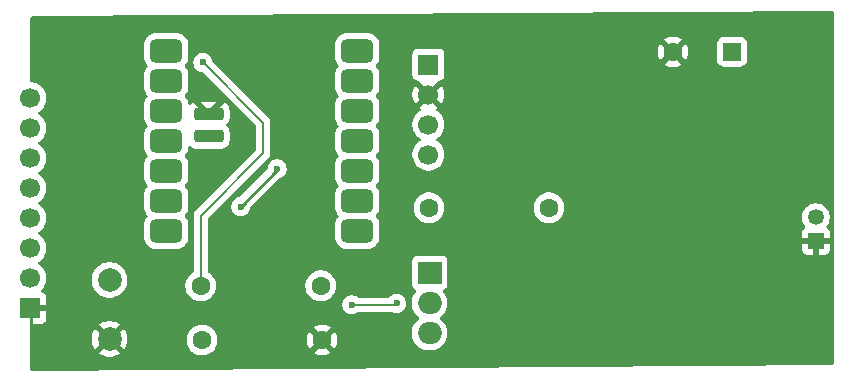
<source format=gbr>
G04 #@! TF.GenerationSoftware,KiCad,Pcbnew,9.0.4*
G04 #@! TF.CreationDate,2026-01-27T17:59:56-08:00*
G04 #@! TF.ProjectId,e-ink_PCB,652d696e-6b5f-4504-9342-2e6b69636164,rev?*
G04 #@! TF.SameCoordinates,Original*
G04 #@! TF.FileFunction,Copper,L2,Bot*
G04 #@! TF.FilePolarity,Positive*
%FSLAX46Y46*%
G04 Gerber Fmt 4.6, Leading zero omitted, Abs format (unit mm)*
G04 Created by KiCad (PCBNEW 9.0.4) date 2026-01-27 17:59:56*
%MOMM*%
%LPD*%
G01*
G04 APERTURE LIST*
G04 Aperture macros list*
%AMRoundRect*
0 Rectangle with rounded corners*
0 $1 Rounding radius*
0 $2 $3 $4 $5 $6 $7 $8 $9 X,Y pos of 4 corners*
0 Add a 4 corners polygon primitive as box body*
4,1,4,$2,$3,$4,$5,$6,$7,$8,$9,$2,$3,0*
0 Add four circle primitives for the rounded corners*
1,1,$1+$1,$2,$3*
1,1,$1+$1,$4,$5*
1,1,$1+$1,$6,$7*
1,1,$1+$1,$8,$9*
0 Add four rect primitives between the rounded corners*
20,1,$1+$1,$2,$3,$4,$5,0*
20,1,$1+$1,$4,$5,$6,$7,0*
20,1,$1+$1,$6,$7,$8,$9,0*
20,1,$1+$1,$8,$9,$2,$3,0*%
G04 Aperture macros list end*
G04 #@! TA.AperFunction,ComponentPad*
%ADD10RoundRect,0.500000X-0.875000X-0.500000X0.875000X-0.500000X0.875000X0.500000X-0.875000X0.500000X0*%
G04 #@! TD*
G04 #@! TA.AperFunction,ComponentPad*
%ADD11RoundRect,0.275000X0.975000X0.275000X-0.975000X0.275000X-0.975000X-0.275000X0.975000X-0.275000X0*%
G04 #@! TD*
G04 #@! TA.AperFunction,ComponentPad*
%ADD12C,1.700000*%
G04 #@! TD*
G04 #@! TA.AperFunction,ComponentPad*
%ADD13R,1.700000X1.700000*%
G04 #@! TD*
G04 #@! TA.AperFunction,ComponentPad*
%ADD14RoundRect,0.250000X0.550000X0.550000X-0.550000X0.550000X-0.550000X-0.550000X0.550000X-0.550000X0*%
G04 #@! TD*
G04 #@! TA.AperFunction,ComponentPad*
%ADD15C,1.600000*%
G04 #@! TD*
G04 #@! TA.AperFunction,ComponentPad*
%ADD16R,2.000000X1.905000*%
G04 #@! TD*
G04 #@! TA.AperFunction,ComponentPad*
%ADD17O,2.000000X1.905000*%
G04 #@! TD*
G04 #@! TA.AperFunction,ComponentPad*
%ADD18C,2.000000*%
G04 #@! TD*
G04 #@! TA.AperFunction,ComponentPad*
%ADD19R,1.350000X1.350000*%
G04 #@! TD*
G04 #@! TA.AperFunction,ComponentPad*
%ADD20C,1.350000*%
G04 #@! TD*
G04 #@! TA.AperFunction,ViaPad*
%ADD21C,0.600000*%
G04 #@! TD*
G04 #@! TA.AperFunction,Conductor*
%ADD22C,0.200000*%
G04 #@! TD*
G04 #@! TA.AperFunction,Conductor*
%ADD23C,0.254000*%
G04 #@! TD*
G04 APERTURE END LIST*
D10*
G04 #@! TO.P,J1,2,Pin_8*
G04 #@! TO.N,Net-(J1-Pin_8)*
X88000000Y-96420000D03*
G04 #@! TO.P,J1,3,Pin_7*
G04 #@! TO.N,Net-(J2-Pin_8)*
X88000000Y-98960000D03*
G04 #@! TO.P,J1,3.3V,Pin_3*
G04 #@! TO.N,Net-(J2-Pin_2)*
X104165000Y-101500000D03*
G04 #@! TO.P,J1,4,Pin_6*
G04 #@! TO.N,Net-(J2-Pin_7)*
X88000000Y-101500000D03*
G04 #@! TO.P,J1,5,Pin_5*
G04 #@! TO.N,Net-(J2-Pin_6)*
X88000000Y-104040000D03*
G04 #@! TO.P,J1,5V,Pin_1*
G04 #@! TO.N,unconnected-(J1-Pin_1-Pad5V)*
X104165000Y-96420000D03*
G04 #@! TO.P,J1,6,Pin_4*
G04 #@! TO.N,Net-(J2-Pin_5)*
X88000000Y-106580000D03*
G04 #@! TO.P,J1,7,Pin_3*
G04 #@! TO.N,Net-(J2-Pin_4)*
X88000000Y-109120000D03*
G04 #@! TO.P,J1,8,Pin_6*
G04 #@! TO.N,Net-(Q1-G)*
X104165000Y-109120000D03*
G04 #@! TO.P,J1,9,Pin_5*
G04 #@! TO.N,Net-(J3-Pin_4)*
X104165000Y-106580000D03*
G04 #@! TO.P,J1,10,Pin_4*
G04 #@! TO.N,Net-(J3-Pin_3)*
X104165000Y-104040000D03*
G04 #@! TO.P,J1,20,Pin_7*
G04 #@! TO.N,unconnected-(J1-Pin_7-Pad20)*
X104165000Y-111660000D03*
G04 #@! TO.P,J1,21,Pin_2*
G04 #@! TO.N,Net-(J2-Pin_3)*
X88000000Y-111660000D03*
D11*
G04 #@! TO.P,J1,BAT+,Pin_1*
G04 #@! TO.N,Net-(J4-Pin_2)*
X91610000Y-103658000D03*
G04 #@! TO.P,J1,BAT-,Pin_1*
G04 #@! TO.N,GND*
X91610000Y-101753000D03*
D10*
G04 #@! TO.P,J1,GND,Pin_2*
X104165000Y-98960000D03*
G04 #@! TD*
D12*
G04 #@! TO.P,J3,GND,Pin_2*
G04 #@! TO.N,GND*
X110200000Y-100120000D03*
G04 #@! TO.P,J3,SCL,Pin_3*
G04 #@! TO.N,Net-(J3-Pin_3)*
X110200000Y-102660000D03*
G04 #@! TO.P,J3,SDA,Pin_4*
G04 #@! TO.N,Net-(J3-Pin_4)*
X110200000Y-105200000D03*
D13*
G04 #@! TO.P,J3,VIN,Pin_1*
G04 #@! TO.N,Net-(J2-Pin_2)*
X110200000Y-97580000D03*
G04 #@! TD*
D14*
G04 #@! TO.P,J4,+,Pin_2*
G04 #@! TO.N,Net-(J4-Pin_2)*
X135902651Y-96500000D03*
D15*
G04 #@! TO.P,J4,-,Pin_1*
G04 #@! TO.N,GND*
X130902651Y-96500000D03*
G04 #@! TD*
D16*
G04 #@! TO.P,Q1,1,G*
G04 #@! TO.N,Net-(Q1-G)*
X110300000Y-115220000D03*
D17*
G04 #@! TO.P,Q1,2,D*
G04 #@! TO.N,Net-(Q1-D)*
X110300000Y-117760000D03*
G04 #@! TO.P,Q1,3,S*
G04 #@! TO.N,Net-(J4-Pin_2)*
X110300000Y-120300000D03*
G04 #@! TD*
D12*
G04 #@! TO.P,J2,BUSY,Pin_8*
G04 #@! TO.N,Net-(J2-Pin_8)*
X76500000Y-100420000D03*
G04 #@! TO.P,J2,CS,Pin_7*
G04 #@! TO.N,Net-(J2-Pin_7)*
X76500000Y-102960000D03*
G04 #@! TO.P,J2,DC,Pin_6*
G04 #@! TO.N,Net-(J2-Pin_6)*
X76500000Y-105500000D03*
D13*
G04 #@! TO.P,J2,GND,Pin_1*
G04 #@! TO.N,GND*
X76500000Y-118200000D03*
D12*
G04 #@! TO.P,J2,RES,Pin_5*
G04 #@! TO.N,Net-(J2-Pin_5)*
X76500000Y-108040000D03*
G04 #@! TO.P,J2,SCL,Pin_3*
G04 #@! TO.N,Net-(J2-Pin_3)*
X76500000Y-113120000D03*
G04 #@! TO.P,J2,SDA,Pin_4*
G04 #@! TO.N,Net-(J2-Pin_4)*
X76500000Y-110580000D03*
G04 #@! TO.P,J2,VCC,Pin_2*
G04 #@! TO.N,Net-(J2-Pin_2)*
X76500000Y-115660000D03*
G04 #@! TD*
D15*
G04 #@! TO.P,R3,1*
G04 #@! TO.N,Net-(Q1-G)*
X110240000Y-109700000D03*
G04 #@! TO.P,R3,2*
G04 #@! TO.N,Net-(J4-Pin_2)*
X120400000Y-109700000D03*
G04 #@! TD*
D18*
G04 #@! TO.P,C1,1*
G04 #@! TO.N,GND*
X83200000Y-120800000D03*
G04 #@! TO.P,C1,2*
G04 #@! TO.N,Net-(J2-Pin_2)*
X83200000Y-115800000D03*
G04 #@! TD*
D19*
G04 #@! TO.P,J5,1,Pin_1*
G04 #@! TO.N,GND*
X143000000Y-112500000D03*
D20*
G04 #@! TO.P,J5,2,Pin_2*
G04 #@! TO.N,Net-(J4-Pin_2)*
X143000000Y-110500000D03*
G04 #@! TD*
D15*
G04 #@! TO.P,R1,1*
G04 #@! TO.N,Net-(J1-Pin_8)*
X90920000Y-116300000D03*
G04 #@! TO.P,R1,2*
G04 #@! TO.N,Net-(Q1-D)*
X101080000Y-116300000D03*
G04 #@! TD*
G04 #@! TO.P,R2,1*
G04 #@! TO.N,GND*
X101200000Y-120900000D03*
G04 #@! TO.P,R2,2*
G04 #@! TO.N,Net-(J1-Pin_8)*
X91040000Y-120900000D03*
G04 #@! TD*
D21*
G04 #@! TO.N,Net-(J1-Pin_8)*
X91100000Y-97400000D03*
G04 #@! TO.N,Net-(J2-Pin_2)*
X94300000Y-109600000D03*
X97400000Y-106400000D03*
G04 #@! TO.N,Net-(Q1-D)*
X107500000Y-117800000D03*
X103700000Y-117900000D03*
G04 #@! TO.N,GND*
X126100000Y-96500000D03*
X80000000Y-95000000D03*
X79500000Y-119500000D03*
X120000000Y-96500000D03*
X143000000Y-114500000D03*
X140000000Y-120000000D03*
X130000000Y-120000000D03*
X120000000Y-120000000D03*
X140000000Y-95000000D03*
X88000000Y-121500000D03*
X120000000Y-95000000D03*
X141000000Y-112500000D03*
X120000000Y-105000000D03*
X130000000Y-105000000D03*
X110000000Y-95000000D03*
G04 #@! TD*
D22*
G04 #@! TO.N,Net-(J1-Pin_8)*
X90920000Y-110380000D02*
X96200000Y-105100000D01*
X96100000Y-102400000D02*
X91100000Y-97400000D01*
X90920000Y-116300000D02*
X90920000Y-110380000D01*
X96200000Y-105100000D02*
X96200000Y-102500000D01*
X96200000Y-102500000D02*
X96100000Y-102400000D01*
G04 #@! TO.N,Net-(J2-Pin_2)*
X97400000Y-106500000D02*
X97400000Y-106400000D01*
D23*
X94300000Y-109600000D02*
X97400000Y-106500000D01*
D22*
G04 #@! TO.N,Net-(Q1-D)*
X107400000Y-117900000D02*
X107500000Y-117800000D01*
X103700000Y-117900000D02*
X107400000Y-117900000D01*
G04 #@! TD*
G04 #@! TA.AperFunction,Conductor*
G04 #@! TO.N,GND*
G36*
X144442271Y-93020109D02*
G01*
X144488413Y-93072576D01*
X144500000Y-93124915D01*
X144500000Y-122876908D01*
X144480315Y-122943947D01*
X144427511Y-122989702D01*
X144376912Y-123000905D01*
X76624912Y-123499081D01*
X76557729Y-123479890D01*
X76511587Y-123427423D01*
X76500000Y-123375084D01*
X76500000Y-120681947D01*
X81700000Y-120681947D01*
X81700000Y-120918052D01*
X81736934Y-121151247D01*
X81809897Y-121375802D01*
X81917087Y-121586174D01*
X81977338Y-121669104D01*
X81977340Y-121669105D01*
X82717037Y-120929408D01*
X82734075Y-120992993D01*
X82799901Y-121107007D01*
X82892993Y-121200099D01*
X83007007Y-121265925D01*
X83070590Y-121282962D01*
X82330893Y-122022658D01*
X82413828Y-122082914D01*
X82624197Y-122190102D01*
X82848752Y-122263065D01*
X82848751Y-122263065D01*
X83081948Y-122300000D01*
X83318052Y-122300000D01*
X83551247Y-122263065D01*
X83775802Y-122190102D01*
X83986163Y-122082918D01*
X83986169Y-122082914D01*
X84069104Y-122022658D01*
X84069105Y-122022658D01*
X83329408Y-121282962D01*
X83392993Y-121265925D01*
X83507007Y-121200099D01*
X83600099Y-121107007D01*
X83665925Y-120992993D01*
X83682962Y-120929408D01*
X84422658Y-121669105D01*
X84422658Y-121669104D01*
X84482914Y-121586169D01*
X84482918Y-121586163D01*
X84590102Y-121375802D01*
X84663065Y-121151247D01*
X84700000Y-120918052D01*
X84700000Y-120797648D01*
X89739500Y-120797648D01*
X89739500Y-121002351D01*
X89771522Y-121204534D01*
X89834781Y-121399223D01*
X89898691Y-121524653D01*
X89927585Y-121581359D01*
X89927715Y-121581613D01*
X90048028Y-121747213D01*
X90192786Y-121891971D01*
X90313226Y-121979474D01*
X90358390Y-122012287D01*
X90474607Y-122071503D01*
X90540776Y-122105218D01*
X90540778Y-122105218D01*
X90540781Y-122105220D01*
X90645137Y-122139127D01*
X90735465Y-122168477D01*
X90836557Y-122184488D01*
X90937648Y-122200500D01*
X90937649Y-122200500D01*
X91142351Y-122200500D01*
X91142352Y-122200500D01*
X91344534Y-122168477D01*
X91539219Y-122105220D01*
X91721610Y-122012287D01*
X91814590Y-121944732D01*
X91887213Y-121891971D01*
X91887215Y-121891968D01*
X91887219Y-121891966D01*
X92031966Y-121747219D01*
X92031968Y-121747215D01*
X92031971Y-121747213D01*
X92105107Y-121646548D01*
X92152287Y-121581610D01*
X92245220Y-121399219D01*
X92308477Y-121204534D01*
X92340500Y-121002352D01*
X92340500Y-120797682D01*
X99900000Y-120797682D01*
X99900000Y-121002317D01*
X99932009Y-121204417D01*
X99995244Y-121399031D01*
X100088141Y-121581350D01*
X100088147Y-121581359D01*
X100120523Y-121625921D01*
X100120524Y-121625922D01*
X100800000Y-120946446D01*
X100800000Y-120952661D01*
X100827259Y-121054394D01*
X100879920Y-121145606D01*
X100954394Y-121220080D01*
X101045606Y-121272741D01*
X101147339Y-121300000D01*
X101153553Y-121300000D01*
X100474076Y-121979474D01*
X100518650Y-122011859D01*
X100700968Y-122104755D01*
X100895582Y-122167990D01*
X101097683Y-122200000D01*
X101302317Y-122200000D01*
X101504417Y-122167990D01*
X101699031Y-122104755D01*
X101881349Y-122011859D01*
X101925921Y-121979474D01*
X101246447Y-121300000D01*
X101252661Y-121300000D01*
X101354394Y-121272741D01*
X101445606Y-121220080D01*
X101520080Y-121145606D01*
X101572741Y-121054394D01*
X101600000Y-120952661D01*
X101600000Y-120946447D01*
X102279474Y-121625921D01*
X102311859Y-121581349D01*
X102404755Y-121399031D01*
X102467990Y-121204417D01*
X102500000Y-121002317D01*
X102500000Y-120797682D01*
X102467990Y-120595582D01*
X102404755Y-120400968D01*
X102311859Y-120218650D01*
X102279474Y-120174077D01*
X102279474Y-120174076D01*
X101600000Y-120853551D01*
X101600000Y-120847339D01*
X101572741Y-120745606D01*
X101520080Y-120654394D01*
X101445606Y-120579920D01*
X101354394Y-120527259D01*
X101252661Y-120500000D01*
X101246446Y-120500000D01*
X101925922Y-119820524D01*
X101925921Y-119820523D01*
X101881359Y-119788147D01*
X101881350Y-119788141D01*
X101699031Y-119695244D01*
X101504417Y-119632009D01*
X101302317Y-119600000D01*
X101097683Y-119600000D01*
X100895582Y-119632009D01*
X100700968Y-119695244D01*
X100518644Y-119788143D01*
X100474077Y-119820523D01*
X100474077Y-119820524D01*
X101153554Y-120500000D01*
X101147339Y-120500000D01*
X101045606Y-120527259D01*
X100954394Y-120579920D01*
X100879920Y-120654394D01*
X100827259Y-120745606D01*
X100800000Y-120847339D01*
X100800000Y-120853553D01*
X100120524Y-120174077D01*
X100120523Y-120174077D01*
X100088143Y-120218644D01*
X99995244Y-120400968D01*
X99932009Y-120595582D01*
X99900000Y-120797682D01*
X92340500Y-120797682D01*
X92340500Y-120797648D01*
X92330447Y-120734174D01*
X92308477Y-120595465D01*
X92249630Y-120414354D01*
X92245220Y-120400781D01*
X92245218Y-120400778D01*
X92245218Y-120400776D01*
X92193869Y-120300000D01*
X92152287Y-120218390D01*
X92120092Y-120174077D01*
X92031971Y-120052786D01*
X91887213Y-119908028D01*
X91721613Y-119787715D01*
X91721612Y-119787714D01*
X91721610Y-119787713D01*
X91664653Y-119758691D01*
X91539223Y-119694781D01*
X91344534Y-119631522D01*
X91169995Y-119603878D01*
X91142352Y-119599500D01*
X90937648Y-119599500D01*
X90913329Y-119603351D01*
X90735465Y-119631522D01*
X90540776Y-119694781D01*
X90358386Y-119787715D01*
X90192786Y-119908028D01*
X90048028Y-120052786D01*
X89927715Y-120218386D01*
X89834781Y-120400776D01*
X89771522Y-120595465D01*
X89739500Y-120797648D01*
X84700000Y-120797648D01*
X84700000Y-120681947D01*
X84663065Y-120448752D01*
X84590102Y-120224197D01*
X84482914Y-120013828D01*
X84422658Y-119930894D01*
X84422658Y-119930893D01*
X83682962Y-120670590D01*
X83665925Y-120607007D01*
X83600099Y-120492993D01*
X83507007Y-120399901D01*
X83392993Y-120334075D01*
X83329409Y-120317037D01*
X84069105Y-119577340D01*
X84069104Y-119577338D01*
X83986174Y-119517087D01*
X83775802Y-119409897D01*
X83551247Y-119336934D01*
X83551248Y-119336934D01*
X83318052Y-119300000D01*
X83081948Y-119300000D01*
X82848752Y-119336934D01*
X82624197Y-119409897D01*
X82413830Y-119517084D01*
X82330894Y-119577340D01*
X83070591Y-120317037D01*
X83007007Y-120334075D01*
X82892993Y-120399901D01*
X82799901Y-120492993D01*
X82734075Y-120607007D01*
X82717037Y-120670591D01*
X81977340Y-119930894D01*
X81917084Y-120013830D01*
X81809897Y-120224197D01*
X81736934Y-120448752D01*
X81700000Y-120681947D01*
X76500000Y-120681947D01*
X76500000Y-119680000D01*
X76500000Y-118700000D01*
X76565826Y-118700000D01*
X76692993Y-118665925D01*
X76750000Y-118633012D01*
X76750000Y-119550000D01*
X77397828Y-119550000D01*
X77397844Y-119549999D01*
X77457372Y-119543598D01*
X77457379Y-119543596D01*
X77551702Y-119508417D01*
X77592086Y-119493354D01*
X77592093Y-119493350D01*
X77707187Y-119407190D01*
X77707190Y-119407187D01*
X77793350Y-119292093D01*
X77793354Y-119292086D01*
X77843596Y-119157379D01*
X77843598Y-119157372D01*
X77849999Y-119097844D01*
X77850000Y-119097827D01*
X77850000Y-118450000D01*
X76933012Y-118450000D01*
X76965925Y-118392993D01*
X77000000Y-118265826D01*
X77000000Y-118134174D01*
X76965925Y-118007007D01*
X76933012Y-117950000D01*
X77850000Y-117950000D01*
X77850000Y-117821153D01*
X102899500Y-117821153D01*
X102899500Y-117978846D01*
X102930261Y-118133489D01*
X102930264Y-118133501D01*
X102990602Y-118279172D01*
X102990609Y-118279185D01*
X103078210Y-118410288D01*
X103078213Y-118410292D01*
X103189707Y-118521786D01*
X103189711Y-118521789D01*
X103320814Y-118609390D01*
X103320827Y-118609397D01*
X103457300Y-118665925D01*
X103466503Y-118669737D01*
X103618644Y-118700000D01*
X103621153Y-118700499D01*
X103621156Y-118700500D01*
X103621158Y-118700500D01*
X103778844Y-118700500D01*
X103778845Y-118700499D01*
X103933497Y-118669737D01*
X104079179Y-118609394D01*
X104093090Y-118600099D01*
X104210875Y-118521398D01*
X104277553Y-118500520D01*
X104279766Y-118500500D01*
X107074684Y-118500500D01*
X107122136Y-118509939D01*
X107149801Y-118521398D01*
X107266503Y-118569737D01*
X107419142Y-118600099D01*
X107421153Y-118600499D01*
X107421156Y-118600500D01*
X107421158Y-118600500D01*
X107578844Y-118600500D01*
X107578845Y-118600499D01*
X107733497Y-118569737D01*
X107879179Y-118509394D01*
X108010289Y-118421789D01*
X108121789Y-118310289D01*
X108209394Y-118179179D01*
X108269737Y-118033497D01*
X108300500Y-117878842D01*
X108300500Y-117721158D01*
X108300500Y-117721155D01*
X108300499Y-117721153D01*
X108289627Y-117666498D01*
X108269737Y-117566503D01*
X108244352Y-117505218D01*
X108209397Y-117420827D01*
X108209390Y-117420814D01*
X108121789Y-117289711D01*
X108121786Y-117289707D01*
X108010292Y-117178213D01*
X108010288Y-117178210D01*
X107879185Y-117090609D01*
X107879172Y-117090602D01*
X107733501Y-117030264D01*
X107733489Y-117030261D01*
X107578845Y-116999500D01*
X107578842Y-116999500D01*
X107421158Y-116999500D01*
X107421155Y-116999500D01*
X107266510Y-117030261D01*
X107266498Y-117030264D01*
X107120827Y-117090602D01*
X107120814Y-117090609D01*
X106989712Y-117178209D01*
X106965680Y-117202242D01*
X106904739Y-117263182D01*
X106843419Y-117296666D01*
X106817060Y-117299500D01*
X104279766Y-117299500D01*
X104212727Y-117279815D01*
X104210875Y-117278602D01*
X104079185Y-117190609D01*
X104079172Y-117190602D01*
X103933501Y-117130264D01*
X103933489Y-117130261D01*
X103778845Y-117099500D01*
X103778842Y-117099500D01*
X103621158Y-117099500D01*
X103621155Y-117099500D01*
X103466510Y-117130261D01*
X103466498Y-117130264D01*
X103320827Y-117190602D01*
X103320814Y-117190609D01*
X103189711Y-117278210D01*
X103189707Y-117278213D01*
X103078213Y-117389707D01*
X103078210Y-117389711D01*
X102990609Y-117520814D01*
X102990602Y-117520827D01*
X102930264Y-117666498D01*
X102930261Y-117666510D01*
X102899500Y-117821153D01*
X77850000Y-117821153D01*
X77850000Y-117302172D01*
X77849999Y-117302155D01*
X77843598Y-117242627D01*
X77843596Y-117242620D01*
X77793354Y-117107913D01*
X77793350Y-117107906D01*
X77707190Y-116992812D01*
X77707187Y-116992809D01*
X77592093Y-116906649D01*
X77592088Y-116906646D01*
X77460528Y-116857577D01*
X77404595Y-116815705D01*
X77380178Y-116750241D01*
X77395030Y-116681968D01*
X77416175Y-116653720D01*
X77530104Y-116539792D01*
X77655051Y-116367816D01*
X77751557Y-116178412D01*
X77817246Y-115976243D01*
X77850500Y-115766287D01*
X77850500Y-115681902D01*
X81699500Y-115681902D01*
X81699500Y-115918097D01*
X81736446Y-116151368D01*
X81809433Y-116375996D01*
X81829221Y-116414831D01*
X81916657Y-116586433D01*
X82055483Y-116777510D01*
X82222490Y-116944517D01*
X82413567Y-117083343D01*
X82505649Y-117130261D01*
X82624003Y-117190566D01*
X82624005Y-117190566D01*
X82624008Y-117190568D01*
X82744412Y-117229689D01*
X82848631Y-117263553D01*
X83081903Y-117300500D01*
X83081908Y-117300500D01*
X83318097Y-117300500D01*
X83551368Y-117263553D01*
X83615771Y-117242627D01*
X83775992Y-117190568D01*
X83986433Y-117083343D01*
X84177510Y-116944517D01*
X84344517Y-116777510D01*
X84483343Y-116586433D01*
X84590568Y-116375992D01*
X84648516Y-116197648D01*
X89619500Y-116197648D01*
X89619500Y-116402351D01*
X89651522Y-116604534D01*
X89714781Y-116799223D01*
X89769517Y-116906646D01*
X89805489Y-116977246D01*
X89807715Y-116981613D01*
X89928028Y-117147213D01*
X90072786Y-117291971D01*
X90227749Y-117404556D01*
X90238390Y-117412287D01*
X90354607Y-117471503D01*
X90420776Y-117505218D01*
X90420778Y-117505218D01*
X90420781Y-117505220D01*
X90525137Y-117539127D01*
X90615465Y-117568477D01*
X90716557Y-117584488D01*
X90817648Y-117600500D01*
X90817649Y-117600500D01*
X91022351Y-117600500D01*
X91022352Y-117600500D01*
X91224534Y-117568477D01*
X91419219Y-117505220D01*
X91601610Y-117412287D01*
X91753172Y-117302172D01*
X91767213Y-117291971D01*
X91767215Y-117291968D01*
X91767219Y-117291966D01*
X91911966Y-117147219D01*
X91911968Y-117147215D01*
X91911971Y-117147213D01*
X91996938Y-117030264D01*
X92032287Y-116981610D01*
X92125220Y-116799219D01*
X92188477Y-116604534D01*
X92220500Y-116402352D01*
X92220500Y-116197648D01*
X99779500Y-116197648D01*
X99779500Y-116402351D01*
X99811522Y-116604534D01*
X99874781Y-116799223D01*
X99929517Y-116906646D01*
X99965489Y-116977246D01*
X99967715Y-116981613D01*
X100088028Y-117147213D01*
X100232786Y-117291971D01*
X100387749Y-117404556D01*
X100398390Y-117412287D01*
X100514607Y-117471503D01*
X100580776Y-117505218D01*
X100580778Y-117505218D01*
X100580781Y-117505220D01*
X100685137Y-117539127D01*
X100775465Y-117568477D01*
X100876557Y-117584488D01*
X100977648Y-117600500D01*
X100977649Y-117600500D01*
X101182351Y-117600500D01*
X101182352Y-117600500D01*
X101384534Y-117568477D01*
X101579219Y-117505220D01*
X101761610Y-117412287D01*
X101913172Y-117302172D01*
X101927213Y-117291971D01*
X101927215Y-117291968D01*
X101927219Y-117291966D01*
X102071966Y-117147219D01*
X102071968Y-117147215D01*
X102071971Y-117147213D01*
X102156938Y-117030264D01*
X102192287Y-116981610D01*
X102285220Y-116799219D01*
X102348477Y-116604534D01*
X102380500Y-116402352D01*
X102380500Y-116197648D01*
X102348477Y-115995466D01*
X102285220Y-115800781D01*
X102285218Y-115800778D01*
X102285218Y-115800776D01*
X102224648Y-115681902D01*
X102192287Y-115618390D01*
X102145297Y-115553713D01*
X102071971Y-115452786D01*
X101927213Y-115308028D01*
X101761613Y-115187715D01*
X101761612Y-115187714D01*
X101761610Y-115187713D01*
X101704653Y-115158691D01*
X101579223Y-115094781D01*
X101384534Y-115031522D01*
X101209995Y-115003878D01*
X101182352Y-114999500D01*
X100977648Y-114999500D01*
X100953329Y-115003351D01*
X100775465Y-115031522D01*
X100580776Y-115094781D01*
X100398386Y-115187715D01*
X100232786Y-115308028D01*
X100088028Y-115452786D01*
X99967715Y-115618386D01*
X99874781Y-115800776D01*
X99811522Y-115995465D01*
X99779500Y-116197648D01*
X92220500Y-116197648D01*
X92188477Y-115995466D01*
X92125220Y-115800781D01*
X92125218Y-115800778D01*
X92125218Y-115800776D01*
X92064648Y-115681902D01*
X92032287Y-115618390D01*
X91985297Y-115553713D01*
X91911971Y-115452786D01*
X91767213Y-115308028D01*
X91601610Y-115187712D01*
X91588200Y-115180879D01*
X91537406Y-115132903D01*
X91520500Y-115070397D01*
X91520500Y-114219635D01*
X108799500Y-114219635D01*
X108799500Y-116220370D01*
X108799501Y-116220376D01*
X108805908Y-116279983D01*
X108856202Y-116414828D01*
X108856206Y-116414835D01*
X108942452Y-116530044D01*
X108942455Y-116530047D01*
X109057664Y-116616293D01*
X109057669Y-116616296D01*
X109085539Y-116626690D01*
X109141473Y-116668561D01*
X109165891Y-116734024D01*
X109151040Y-116802298D01*
X109142525Y-116815759D01*
X109009783Y-116998461D01*
X108905950Y-117202244D01*
X108835278Y-117419750D01*
X108835278Y-117419753D01*
X108812036Y-117566498D01*
X108799500Y-117645646D01*
X108799500Y-117874354D01*
X108802452Y-117892993D01*
X108835278Y-118100246D01*
X108835278Y-118100249D01*
X108905950Y-118317755D01*
X108999064Y-118500500D01*
X109009783Y-118521538D01*
X109144214Y-118706566D01*
X109305934Y-118868286D01*
X109375423Y-118918773D01*
X109390438Y-118929682D01*
X109433103Y-118985013D01*
X109439082Y-119054626D01*
X109406476Y-119116421D01*
X109390438Y-119130318D01*
X109305932Y-119191715D01*
X109144216Y-119353431D01*
X109144216Y-119353432D01*
X109144214Y-119353434D01*
X109105160Y-119407187D01*
X109009783Y-119538461D01*
X108905950Y-119742244D01*
X108835278Y-119959750D01*
X108835278Y-119959753D01*
X108799500Y-120185646D01*
X108799500Y-120414353D01*
X108835278Y-120640246D01*
X108835278Y-120640249D01*
X108905950Y-120857755D01*
X108979608Y-121002317D01*
X109009783Y-121061538D01*
X109144214Y-121246566D01*
X109305934Y-121408286D01*
X109490962Y-121542717D01*
X109654259Y-121625921D01*
X109694744Y-121646549D01*
X109912251Y-121717221D01*
X109912252Y-121717221D01*
X109912255Y-121717222D01*
X110138146Y-121753000D01*
X110138147Y-121753000D01*
X110461853Y-121753000D01*
X110461854Y-121753000D01*
X110687745Y-121717222D01*
X110687748Y-121717221D01*
X110687749Y-121717221D01*
X110905255Y-121646549D01*
X110905255Y-121646548D01*
X110905258Y-121646548D01*
X111109038Y-121542717D01*
X111294066Y-121408286D01*
X111455786Y-121246566D01*
X111590217Y-121061538D01*
X111694048Y-120857758D01*
X111764722Y-120640245D01*
X111800500Y-120414354D01*
X111800500Y-120185646D01*
X111764722Y-119959755D01*
X111764721Y-119959751D01*
X111764721Y-119959750D01*
X111694049Y-119742244D01*
X111662334Y-119680000D01*
X111590217Y-119538462D01*
X111455786Y-119353434D01*
X111294066Y-119191714D01*
X111209559Y-119130316D01*
X111166896Y-119074988D01*
X111160917Y-119005375D01*
X111193523Y-118943580D01*
X111209556Y-118929685D01*
X111294066Y-118868286D01*
X111455786Y-118706566D01*
X111590217Y-118521538D01*
X111694048Y-118317758D01*
X111753918Y-118133497D01*
X111764721Y-118100249D01*
X111764721Y-118100248D01*
X111764722Y-118100245D01*
X111800500Y-117874354D01*
X111800500Y-117645646D01*
X111764722Y-117419755D01*
X111764721Y-117419751D01*
X111764721Y-117419750D01*
X111694049Y-117202244D01*
X111637168Y-117090609D01*
X111590217Y-116998462D01*
X111457472Y-116815755D01*
X111433994Y-116749953D01*
X111449819Y-116681899D01*
X111499925Y-116633204D01*
X111514455Y-116626692D01*
X111542331Y-116616296D01*
X111657546Y-116530046D01*
X111743796Y-116414831D01*
X111794091Y-116279983D01*
X111800500Y-116220373D01*
X111800499Y-114219628D01*
X111794091Y-114160017D01*
X111743796Y-114025169D01*
X111743795Y-114025168D01*
X111743793Y-114025164D01*
X111657547Y-113909955D01*
X111657544Y-113909952D01*
X111542335Y-113823706D01*
X111542328Y-113823702D01*
X111407482Y-113773408D01*
X111407483Y-113773408D01*
X111347883Y-113767001D01*
X111347881Y-113767000D01*
X111347873Y-113767000D01*
X111347864Y-113767000D01*
X109252129Y-113767000D01*
X109252123Y-113767001D01*
X109192516Y-113773408D01*
X109057671Y-113823702D01*
X109057664Y-113823706D01*
X108942455Y-113909952D01*
X108942452Y-113909955D01*
X108856206Y-114025164D01*
X108856202Y-114025171D01*
X108805908Y-114160017D01*
X108799501Y-114219616D01*
X108799501Y-114219623D01*
X108799500Y-114219635D01*
X91520500Y-114219635D01*
X91520500Y-110680097D01*
X91540185Y-110613058D01*
X91556819Y-110592416D01*
X92628082Y-109521153D01*
X93499500Y-109521153D01*
X93499500Y-109678846D01*
X93530261Y-109833489D01*
X93530264Y-109833501D01*
X93590602Y-109979172D01*
X93590609Y-109979185D01*
X93678210Y-110110288D01*
X93678213Y-110110292D01*
X93789707Y-110221786D01*
X93789711Y-110221789D01*
X93920814Y-110309390D01*
X93920827Y-110309397D01*
X94009964Y-110346318D01*
X94066503Y-110369737D01*
X94221153Y-110400499D01*
X94221156Y-110400500D01*
X94221158Y-110400500D01*
X94378844Y-110400500D01*
X94378845Y-110400499D01*
X94533497Y-110369737D01*
X94679179Y-110309394D01*
X94810289Y-110221789D01*
X94921789Y-110110289D01*
X95009394Y-109979179D01*
X95069737Y-109833497D01*
X95091156Y-109725812D01*
X95123539Y-109663906D01*
X95125035Y-109662382D01*
X97589058Y-107198359D01*
X97629284Y-107171482D01*
X97779172Y-107109397D01*
X97779172Y-107109396D01*
X97779179Y-107109394D01*
X97910289Y-107021789D01*
X98021789Y-106910289D01*
X98109394Y-106779179D01*
X98169737Y-106633497D01*
X98200500Y-106478842D01*
X98200500Y-106321158D01*
X98200500Y-106321155D01*
X98200499Y-106321153D01*
X98182388Y-106230104D01*
X98169737Y-106166503D01*
X98169735Y-106166498D01*
X98109397Y-106020827D01*
X98109390Y-106020814D01*
X98021789Y-105889711D01*
X98021786Y-105889707D01*
X97910292Y-105778213D01*
X97910288Y-105778210D01*
X97779185Y-105690609D01*
X97779172Y-105690602D01*
X97633501Y-105630264D01*
X97633489Y-105630261D01*
X97478845Y-105599500D01*
X97478842Y-105599500D01*
X97321158Y-105599500D01*
X97321155Y-105599500D01*
X97166510Y-105630261D01*
X97166498Y-105630264D01*
X97020827Y-105690602D01*
X97020814Y-105690609D01*
X96889711Y-105778210D01*
X96889707Y-105778213D01*
X96778213Y-105889707D01*
X96778210Y-105889711D01*
X96690609Y-106020814D01*
X96690602Y-106020827D01*
X96630264Y-106166498D01*
X96630261Y-106166510D01*
X96599500Y-106321153D01*
X96599500Y-106361718D01*
X96579815Y-106428757D01*
X96563181Y-106449399D01*
X94237672Y-108774907D01*
X94176349Y-108808392D01*
X94174183Y-108808843D01*
X94066508Y-108830261D01*
X94066498Y-108830264D01*
X93920827Y-108890602D01*
X93920814Y-108890609D01*
X93789711Y-108978210D01*
X93789707Y-108978213D01*
X93678213Y-109089707D01*
X93678210Y-109089711D01*
X93590609Y-109220814D01*
X93590602Y-109220827D01*
X93530264Y-109366498D01*
X93530261Y-109366510D01*
X93499500Y-109521153D01*
X92628082Y-109521153D01*
X94082645Y-108066590D01*
X96680520Y-105468716D01*
X96759577Y-105331784D01*
X96800501Y-105179057D01*
X96800501Y-105020942D01*
X96800501Y-105013347D01*
X96800500Y-105013329D01*
X96800500Y-102420945D01*
X96800500Y-102420943D01*
X96759577Y-102268216D01*
X96750318Y-102252179D01*
X96680524Y-102131290D01*
X96680521Y-102131286D01*
X96680520Y-102131284D01*
X96568716Y-102019480D01*
X96568715Y-102019479D01*
X96564385Y-102015149D01*
X96564374Y-102015139D01*
X91934574Y-97385339D01*
X91901089Y-97324016D01*
X91900638Y-97321849D01*
X91869738Y-97166510D01*
X91869737Y-97166503D01*
X91842198Y-97100018D01*
X91809397Y-97020827D01*
X91809390Y-97020814D01*
X91721789Y-96889711D01*
X91721786Y-96889707D01*
X91610292Y-96778213D01*
X91610288Y-96778210D01*
X91479185Y-96690609D01*
X91479172Y-96690602D01*
X91333501Y-96630264D01*
X91333489Y-96630261D01*
X91178845Y-96599500D01*
X91178842Y-96599500D01*
X91021158Y-96599500D01*
X91021155Y-96599500D01*
X90866510Y-96630261D01*
X90866498Y-96630264D01*
X90720827Y-96690602D01*
X90720814Y-96690609D01*
X90589711Y-96778210D01*
X90589707Y-96778213D01*
X90478213Y-96889707D01*
X90478210Y-96889711D01*
X90390609Y-97020814D01*
X90390602Y-97020827D01*
X90330264Y-97166498D01*
X90330261Y-97166510D01*
X90299500Y-97321153D01*
X90299500Y-97478846D01*
X90330261Y-97633489D01*
X90330264Y-97633501D01*
X90390602Y-97779172D01*
X90390609Y-97779185D01*
X90478210Y-97910288D01*
X90478213Y-97910292D01*
X90589707Y-98021786D01*
X90589711Y-98021789D01*
X90720814Y-98109390D01*
X90720827Y-98109397D01*
X90866498Y-98169735D01*
X90866503Y-98169737D01*
X90931147Y-98182595D01*
X91021849Y-98200638D01*
X91083760Y-98233023D01*
X91085339Y-98234574D01*
X95563181Y-102712416D01*
X95596666Y-102773739D01*
X95599500Y-102800097D01*
X95599500Y-104799902D01*
X95579815Y-104866941D01*
X95563181Y-104887583D01*
X90439481Y-110011282D01*
X90439479Y-110011285D01*
X90389361Y-110098094D01*
X90389359Y-110098096D01*
X90360425Y-110148209D01*
X90360424Y-110148210D01*
X90360423Y-110148215D01*
X90319499Y-110300943D01*
X90319499Y-110300945D01*
X90319499Y-110469046D01*
X90319500Y-110469059D01*
X90319500Y-115070397D01*
X90299815Y-115137436D01*
X90251800Y-115180879D01*
X90238389Y-115187712D01*
X90072786Y-115308028D01*
X89928028Y-115452786D01*
X89807715Y-115618386D01*
X89714781Y-115800776D01*
X89651522Y-115995465D01*
X89619500Y-116197648D01*
X84648516Y-116197648D01*
X84662550Y-116154457D01*
X84663552Y-116151370D01*
X84663553Y-116151368D01*
X84682640Y-116030859D01*
X84700500Y-115918097D01*
X84700500Y-115681902D01*
X84663553Y-115448631D01*
X84590566Y-115224003D01*
X84534002Y-115112991D01*
X84483343Y-115013567D01*
X84344517Y-114822490D01*
X84177510Y-114655483D01*
X83986433Y-114516657D01*
X83954696Y-114500486D01*
X83775996Y-114409433D01*
X83551368Y-114336446D01*
X83318097Y-114299500D01*
X83318092Y-114299500D01*
X83081908Y-114299500D01*
X83081903Y-114299500D01*
X82848631Y-114336446D01*
X82624003Y-114409433D01*
X82413566Y-114516657D01*
X82304550Y-114595862D01*
X82222490Y-114655483D01*
X82222488Y-114655485D01*
X82222487Y-114655485D01*
X82055485Y-114822487D01*
X82055485Y-114822488D01*
X82055483Y-114822490D01*
X81995862Y-114904550D01*
X81916657Y-115013566D01*
X81809433Y-115224003D01*
X81736446Y-115448631D01*
X81699500Y-115681902D01*
X77850500Y-115681902D01*
X77850500Y-115553713D01*
X77817246Y-115343757D01*
X77751557Y-115141588D01*
X77655051Y-114952184D01*
X77655049Y-114952181D01*
X77655048Y-114952179D01*
X77530109Y-114780213D01*
X77379786Y-114629890D01*
X77207820Y-114504951D01*
X77207115Y-114504591D01*
X77199054Y-114500485D01*
X77148259Y-114452512D01*
X77131463Y-114384692D01*
X77153999Y-114318556D01*
X77199054Y-114279515D01*
X77207816Y-114275051D01*
X77284090Y-114219635D01*
X77379786Y-114150109D01*
X77379788Y-114150106D01*
X77379792Y-114150104D01*
X77530104Y-113999792D01*
X77530106Y-113999788D01*
X77530109Y-113999786D01*
X77655048Y-113827820D01*
X77655047Y-113827820D01*
X77655051Y-113827816D01*
X77751557Y-113638412D01*
X77817246Y-113436243D01*
X77850500Y-113226287D01*
X77850500Y-113013713D01*
X77817246Y-112803757D01*
X77751557Y-112601588D01*
X77655051Y-112412184D01*
X77655049Y-112412181D01*
X77655048Y-112412179D01*
X77530109Y-112240213D01*
X77379786Y-112089890D01*
X77207820Y-111964951D01*
X77207115Y-111964591D01*
X77199054Y-111960485D01*
X77148259Y-111912512D01*
X77131463Y-111844692D01*
X77153999Y-111778556D01*
X77199054Y-111739515D01*
X77207816Y-111735051D01*
X77231808Y-111717620D01*
X77379786Y-111610109D01*
X77379788Y-111610106D01*
X77379792Y-111610104D01*
X77530104Y-111459792D01*
X77530106Y-111459788D01*
X77530109Y-111459786D01*
X77655048Y-111287820D01*
X77655047Y-111287820D01*
X77655051Y-111287816D01*
X77751557Y-111098412D01*
X77817246Y-110896243D01*
X77850500Y-110686287D01*
X77850500Y-110473713D01*
X77817246Y-110263757D01*
X77751557Y-110061588D01*
X77655051Y-109872184D01*
X77655049Y-109872181D01*
X77655048Y-109872179D01*
X77530109Y-109700213D01*
X77379786Y-109549890D01*
X77207820Y-109424951D01*
X77207115Y-109424591D01*
X77199054Y-109420485D01*
X77148259Y-109372512D01*
X77131463Y-109304692D01*
X77153999Y-109238556D01*
X77199054Y-109199515D01*
X77207816Y-109195051D01*
X77229789Y-109179086D01*
X77379786Y-109070109D01*
X77379788Y-109070106D01*
X77379792Y-109070104D01*
X77530104Y-108919792D01*
X77530106Y-108919788D01*
X77530109Y-108919786D01*
X77655048Y-108747820D01*
X77655047Y-108747820D01*
X77655051Y-108747816D01*
X77751557Y-108558412D01*
X77817246Y-108356243D01*
X77850500Y-108146287D01*
X77850500Y-107933713D01*
X77817246Y-107723757D01*
X77751557Y-107521588D01*
X77655051Y-107332184D01*
X77655049Y-107332181D01*
X77655048Y-107332179D01*
X77530109Y-107160213D01*
X77379786Y-107009890D01*
X77207820Y-106884951D01*
X77207115Y-106884591D01*
X77199054Y-106880485D01*
X77148259Y-106832512D01*
X77131463Y-106764692D01*
X77153999Y-106698556D01*
X77199054Y-106659515D01*
X77207816Y-106655051D01*
X77237494Y-106633489D01*
X77379786Y-106530109D01*
X77379788Y-106530106D01*
X77379792Y-106530104D01*
X77530104Y-106379792D01*
X77530106Y-106379788D01*
X77530109Y-106379786D01*
X77655048Y-106207820D01*
X77655047Y-106207820D01*
X77655051Y-106207816D01*
X77751557Y-106018412D01*
X77817246Y-105816243D01*
X77850500Y-105606287D01*
X77850500Y-105393713D01*
X77817246Y-105183757D01*
X77751557Y-104981588D01*
X77655051Y-104792184D01*
X77655049Y-104792181D01*
X77655048Y-104792179D01*
X77530109Y-104620213D01*
X77379786Y-104469890D01*
X77207820Y-104344951D01*
X77207115Y-104344591D01*
X77199054Y-104340485D01*
X77148259Y-104292512D01*
X77131463Y-104224692D01*
X77153999Y-104158556D01*
X77199054Y-104119515D01*
X77207816Y-104115051D01*
X77310447Y-104040486D01*
X77379786Y-103990109D01*
X77379788Y-103990106D01*
X77379792Y-103990104D01*
X77530104Y-103839792D01*
X77530106Y-103839788D01*
X77530109Y-103839786D01*
X77655048Y-103667820D01*
X77655047Y-103667820D01*
X77655051Y-103667816D01*
X77751557Y-103478412D01*
X77817246Y-103276243D01*
X77850500Y-103066287D01*
X77850500Y-102853713D01*
X77817246Y-102643757D01*
X77751557Y-102441588D01*
X77655051Y-102252184D01*
X77655049Y-102252181D01*
X77655048Y-102252179D01*
X77530109Y-102080213D01*
X77379786Y-101929890D01*
X77207820Y-101804951D01*
X77207115Y-101804591D01*
X77199054Y-101800485D01*
X77148259Y-101752512D01*
X77131463Y-101684692D01*
X77153999Y-101618556D01*
X77199054Y-101579515D01*
X77207816Y-101575051D01*
X77310838Y-101500202D01*
X77379786Y-101450109D01*
X77379788Y-101450106D01*
X77379792Y-101450104D01*
X77530104Y-101299792D01*
X77530106Y-101299788D01*
X77530109Y-101299786D01*
X77655048Y-101127820D01*
X77655047Y-101127820D01*
X77655051Y-101127816D01*
X77751557Y-100938412D01*
X77817246Y-100736243D01*
X77850500Y-100526287D01*
X77850500Y-100313713D01*
X77817246Y-100103757D01*
X77751557Y-99901588D01*
X77655051Y-99712184D01*
X77655049Y-99712181D01*
X77655048Y-99712179D01*
X77530109Y-99540213D01*
X77379786Y-99389890D01*
X77207820Y-99264951D01*
X77018414Y-99168444D01*
X77018413Y-99168443D01*
X77018412Y-99168443D01*
X76816243Y-99102754D01*
X76816241Y-99102753D01*
X76816239Y-99102753D01*
X76604602Y-99069233D01*
X76541467Y-99039304D01*
X76504536Y-98979992D01*
X76500000Y-98946760D01*
X76500000Y-95861966D01*
X86124500Y-95861966D01*
X86124500Y-96978028D01*
X86124501Y-96978034D01*
X86135113Y-97097415D01*
X86191089Y-97293045D01*
X86191090Y-97293048D01*
X86191091Y-97293049D01*
X86285302Y-97473407D01*
X86285304Y-97473409D01*
X86398015Y-97611639D01*
X86425124Y-97676036D01*
X86413115Y-97744865D01*
X86398015Y-97768361D01*
X86380373Y-97789998D01*
X86285302Y-97906593D01*
X86283370Y-97910292D01*
X86191089Y-98086954D01*
X86135114Y-98282583D01*
X86135113Y-98282586D01*
X86124500Y-98401966D01*
X86124500Y-99518028D01*
X86124501Y-99518034D01*
X86135113Y-99637415D01*
X86191089Y-99833045D01*
X86191090Y-99833048D01*
X86191091Y-99833049D01*
X86285302Y-100013407D01*
X86318543Y-100054174D01*
X86398015Y-100151639D01*
X86425124Y-100216036D01*
X86413115Y-100284865D01*
X86398015Y-100308361D01*
X86285304Y-100446590D01*
X86191089Y-100626954D01*
X86135114Y-100822583D01*
X86135113Y-100822586D01*
X86124500Y-100941966D01*
X86124500Y-102058028D01*
X86124501Y-102058034D01*
X86135113Y-102177415D01*
X86191089Y-102373045D01*
X86191090Y-102373047D01*
X86191091Y-102373049D01*
X86285302Y-102553407D01*
X86329409Y-102607500D01*
X86398015Y-102691639D01*
X86425124Y-102756036D01*
X86413115Y-102824865D01*
X86398015Y-102848361D01*
X86285304Y-102986590D01*
X86191089Y-103166954D01*
X86146332Y-103323376D01*
X86141734Y-103339448D01*
X86135114Y-103362583D01*
X86135113Y-103362586D01*
X86124500Y-103481966D01*
X86124500Y-104598028D01*
X86124501Y-104598034D01*
X86135113Y-104717415D01*
X86191089Y-104913045D01*
X86191090Y-104913048D01*
X86191091Y-104913049D01*
X86285302Y-105093407D01*
X86346438Y-105168385D01*
X86398015Y-105231639D01*
X86425124Y-105296036D01*
X86413115Y-105364865D01*
X86398015Y-105388361D01*
X86285304Y-105526590D01*
X86191089Y-105706954D01*
X86135114Y-105902583D01*
X86135113Y-105902586D01*
X86124500Y-106021966D01*
X86124500Y-107138028D01*
X86124501Y-107138034D01*
X86135113Y-107257415D01*
X86191089Y-107453045D01*
X86191090Y-107453048D01*
X86191091Y-107453049D01*
X86285302Y-107633407D01*
X86346438Y-107708385D01*
X86398015Y-107771639D01*
X86425124Y-107836036D01*
X86413115Y-107904865D01*
X86398015Y-107928361D01*
X86285304Y-108066590D01*
X86191089Y-108246954D01*
X86147441Y-108399500D01*
X86138279Y-108431523D01*
X86135114Y-108442583D01*
X86135113Y-108442586D01*
X86124500Y-108561966D01*
X86124500Y-109678028D01*
X86124501Y-109678034D01*
X86135113Y-109797415D01*
X86191089Y-109993045D01*
X86191090Y-109993048D01*
X86191091Y-109993049D01*
X86285302Y-110173407D01*
X86324750Y-110221786D01*
X86398015Y-110311639D01*
X86425124Y-110376036D01*
X86413115Y-110444865D01*
X86398015Y-110468361D01*
X86285304Y-110606590D01*
X86191089Y-110786954D01*
X86157250Y-110905220D01*
X86144084Y-110951235D01*
X86135114Y-110982583D01*
X86135113Y-110982586D01*
X86124500Y-111101966D01*
X86124500Y-112218028D01*
X86124501Y-112218034D01*
X86135113Y-112337415D01*
X86191089Y-112533045D01*
X86191090Y-112533048D01*
X86191091Y-112533049D01*
X86285302Y-112713407D01*
X86285304Y-112713409D01*
X86413890Y-112871109D01*
X86507803Y-112947684D01*
X86571593Y-112999698D01*
X86751951Y-113093909D01*
X86947582Y-113149886D01*
X87066963Y-113160500D01*
X88933036Y-113160499D01*
X89052418Y-113149886D01*
X89248049Y-113093909D01*
X89428407Y-112999698D01*
X89586109Y-112871109D01*
X89714698Y-112713407D01*
X89808909Y-112533049D01*
X89864886Y-112337418D01*
X89875500Y-112218037D01*
X89875499Y-111101964D01*
X89864886Y-110982582D01*
X89808909Y-110786951D01*
X89714698Y-110606593D01*
X89601983Y-110468359D01*
X89574875Y-110403965D01*
X89586884Y-110335135D01*
X89601981Y-110311642D01*
X89714698Y-110173407D01*
X89808909Y-109993049D01*
X89864886Y-109797418D01*
X89875500Y-109678037D01*
X89875499Y-108561964D01*
X89864886Y-108442582D01*
X89808909Y-108246951D01*
X89714698Y-108066593D01*
X89601983Y-107928359D01*
X89574875Y-107863965D01*
X89586884Y-107795135D01*
X89601981Y-107771642D01*
X89714698Y-107633407D01*
X89808909Y-107453049D01*
X89864886Y-107257418D01*
X89875500Y-107138037D01*
X89875499Y-106021964D01*
X89864886Y-105902582D01*
X89812189Y-105718414D01*
X89808910Y-105706954D01*
X89808909Y-105706953D01*
X89808909Y-105706951D01*
X89714698Y-105526593D01*
X89601983Y-105388359D01*
X89574875Y-105323965D01*
X89586884Y-105255135D01*
X89601981Y-105231642D01*
X89714698Y-105093407D01*
X89808909Y-104913049D01*
X89864886Y-104717418D01*
X89875500Y-104598037D01*
X89875499Y-104569584D01*
X89895181Y-104502548D01*
X89947984Y-104456791D01*
X90017142Y-104446846D01*
X90080699Y-104475868D01*
X90087180Y-104481903D01*
X90148424Y-104543147D01*
X90296394Y-104636122D01*
X90461343Y-104693841D01*
X90461349Y-104693841D01*
X90461351Y-104693842D01*
X90502750Y-104698506D01*
X90591442Y-104708499D01*
X90591445Y-104708500D01*
X90591448Y-104708500D01*
X92628555Y-104708500D01*
X92628556Y-104708499D01*
X92758657Y-104693841D01*
X92923606Y-104636122D01*
X93071576Y-104543147D01*
X93195147Y-104419576D01*
X93288122Y-104271606D01*
X93345841Y-104106657D01*
X93360500Y-103976552D01*
X93360500Y-103339448D01*
X93345841Y-103209343D01*
X93288122Y-103044394D01*
X93195147Y-102896424D01*
X93091550Y-102792827D01*
X93058065Y-102731504D01*
X93063049Y-102661812D01*
X93091550Y-102617464D01*
X93194754Y-102514260D01*
X93287669Y-102366386D01*
X93345351Y-102201539D01*
X93359999Y-102071530D01*
X93360000Y-102071526D01*
X93360000Y-101434473D01*
X93359999Y-101434469D01*
X93345351Y-101304460D01*
X93287669Y-101139613D01*
X93194753Y-100991737D01*
X93071262Y-100868246D01*
X92934338Y-100782212D01*
X92010000Y-101706550D01*
X92010000Y-101700339D01*
X91982741Y-101598606D01*
X91930080Y-101507394D01*
X91855606Y-101432920D01*
X91764394Y-101380259D01*
X91662661Y-101353000D01*
X91656448Y-101353000D01*
X92306448Y-100703000D01*
X90913551Y-100703000D01*
X91563552Y-101353000D01*
X91557339Y-101353000D01*
X91455606Y-101380259D01*
X91364394Y-101432920D01*
X91289920Y-101507394D01*
X91237259Y-101598606D01*
X91210000Y-101700339D01*
X91210000Y-101706552D01*
X90285660Y-100782212D01*
X90148739Y-100868245D01*
X90079477Y-100937507D01*
X90018153Y-100970991D01*
X89948462Y-100966006D01*
X89892528Y-100924135D01*
X89868283Y-100860804D01*
X89864886Y-100822582D01*
X89808909Y-100626951D01*
X89714698Y-100446593D01*
X89601983Y-100308359D01*
X89574875Y-100243965D01*
X89586884Y-100175135D01*
X89601981Y-100151642D01*
X89714698Y-100013407D01*
X89808909Y-99833049D01*
X89864886Y-99637418D01*
X89875500Y-99518037D01*
X89875499Y-98401964D01*
X89864886Y-98282582D01*
X89808909Y-98086951D01*
X89714698Y-97906593D01*
X89601983Y-97768359D01*
X89574875Y-97703965D01*
X89586884Y-97635135D01*
X89601981Y-97611642D01*
X89714698Y-97473407D01*
X89808909Y-97293049D01*
X89864886Y-97097418D01*
X89875500Y-96978037D01*
X89875499Y-95861966D01*
X102289500Y-95861966D01*
X102289500Y-96978028D01*
X102289501Y-96978034D01*
X102300113Y-97097415D01*
X102356089Y-97293045D01*
X102356090Y-97293048D01*
X102356091Y-97293049D01*
X102450302Y-97473407D01*
X102450304Y-97473409D01*
X102563338Y-97612035D01*
X102590447Y-97676432D01*
X102578438Y-97745261D01*
X102563338Y-97768757D01*
X102450721Y-97906870D01*
X102356557Y-98087138D01*
X102300609Y-98282671D01*
X102300608Y-98282674D01*
X102290000Y-98401999D01*
X102290000Y-99518000D01*
X102300608Y-99637325D01*
X102300609Y-99637328D01*
X102356557Y-99832861D01*
X102450721Y-100013129D01*
X102563338Y-100151242D01*
X102590447Y-100215638D01*
X102578438Y-100284468D01*
X102563338Y-100307963D01*
X102450305Y-100446587D01*
X102356089Y-100626954D01*
X102300114Y-100822583D01*
X102300113Y-100822586D01*
X102289500Y-100941966D01*
X102289500Y-102058028D01*
X102289501Y-102058034D01*
X102300113Y-102177415D01*
X102356089Y-102373045D01*
X102356090Y-102373047D01*
X102356091Y-102373049D01*
X102450302Y-102553407D01*
X102494409Y-102607500D01*
X102563015Y-102691639D01*
X102590124Y-102756036D01*
X102578115Y-102824865D01*
X102563015Y-102848361D01*
X102450304Y-102986590D01*
X102356089Y-103166954D01*
X102311332Y-103323376D01*
X102306734Y-103339448D01*
X102300114Y-103362583D01*
X102300113Y-103362586D01*
X102289500Y-103481966D01*
X102289500Y-104598028D01*
X102289501Y-104598034D01*
X102300113Y-104717415D01*
X102356089Y-104913045D01*
X102356090Y-104913048D01*
X102356091Y-104913049D01*
X102450302Y-105093407D01*
X102511438Y-105168385D01*
X102563015Y-105231639D01*
X102590124Y-105296036D01*
X102578115Y-105364865D01*
X102563015Y-105388361D01*
X102450304Y-105526590D01*
X102356089Y-105706954D01*
X102300114Y-105902583D01*
X102300113Y-105902586D01*
X102289500Y-106021966D01*
X102289500Y-107138028D01*
X102289501Y-107138034D01*
X102300113Y-107257415D01*
X102356089Y-107453045D01*
X102356090Y-107453048D01*
X102356091Y-107453049D01*
X102450302Y-107633407D01*
X102511438Y-107708385D01*
X102563015Y-107771639D01*
X102590124Y-107836036D01*
X102578115Y-107904865D01*
X102563015Y-107928361D01*
X102450304Y-108066590D01*
X102356089Y-108246954D01*
X102312441Y-108399500D01*
X102303279Y-108431523D01*
X102300114Y-108442583D01*
X102300113Y-108442586D01*
X102289500Y-108561966D01*
X102289500Y-109678028D01*
X102289501Y-109678034D01*
X102300113Y-109797415D01*
X102356089Y-109993045D01*
X102356090Y-109993048D01*
X102356091Y-109993049D01*
X102450302Y-110173407D01*
X102489750Y-110221786D01*
X102563015Y-110311639D01*
X102590124Y-110376036D01*
X102578115Y-110444865D01*
X102563015Y-110468361D01*
X102450304Y-110606590D01*
X102356089Y-110786954D01*
X102322250Y-110905220D01*
X102309084Y-110951235D01*
X102300114Y-110982583D01*
X102300113Y-110982586D01*
X102289500Y-111101966D01*
X102289500Y-112218028D01*
X102289501Y-112218034D01*
X102300113Y-112337415D01*
X102356089Y-112533045D01*
X102356090Y-112533048D01*
X102356091Y-112533049D01*
X102450302Y-112713407D01*
X102450304Y-112713409D01*
X102578890Y-112871109D01*
X102672803Y-112947684D01*
X102736593Y-112999698D01*
X102916951Y-113093909D01*
X103112582Y-113149886D01*
X103231963Y-113160500D01*
X105098036Y-113160499D01*
X105217418Y-113149886D01*
X105413049Y-113093909D01*
X105593407Y-112999698D01*
X105751109Y-112871109D01*
X105879698Y-112713407D01*
X105973909Y-112533049D01*
X106029886Y-112337418D01*
X106040500Y-112218037D01*
X106040499Y-111101964D01*
X106029886Y-110982582D01*
X105973909Y-110786951D01*
X105879698Y-110606593D01*
X105766983Y-110468359D01*
X105739875Y-110403965D01*
X105751884Y-110335135D01*
X105766981Y-110311642D01*
X105879698Y-110173407D01*
X105973909Y-109993049D01*
X106029886Y-109797418D01*
X106040500Y-109678037D01*
X106040500Y-109597648D01*
X108939500Y-109597648D01*
X108939500Y-109802351D01*
X108971522Y-110004534D01*
X109034781Y-110199223D01*
X109092061Y-110311639D01*
X109121663Y-110369737D01*
X109127715Y-110381613D01*
X109248028Y-110547213D01*
X109392786Y-110691971D01*
X109523522Y-110786954D01*
X109558390Y-110812287D01*
X109674607Y-110871503D01*
X109740776Y-110905218D01*
X109740778Y-110905218D01*
X109740781Y-110905220D01*
X109845137Y-110939127D01*
X109935465Y-110968477D01*
X110024520Y-110982582D01*
X110137648Y-111000500D01*
X110137649Y-111000500D01*
X110342351Y-111000500D01*
X110342352Y-111000500D01*
X110544534Y-110968477D01*
X110739219Y-110905220D01*
X110921610Y-110812287D01*
X111014590Y-110744732D01*
X111087213Y-110691971D01*
X111087215Y-110691968D01*
X111087219Y-110691966D01*
X111231966Y-110547219D01*
X111231968Y-110547215D01*
X111231971Y-110547213D01*
X111288752Y-110469059D01*
X111352287Y-110381610D01*
X111445220Y-110199219D01*
X111508477Y-110004534D01*
X111540500Y-109802352D01*
X111540500Y-109597648D01*
X119099500Y-109597648D01*
X119099500Y-109802351D01*
X119131522Y-110004534D01*
X119194781Y-110199223D01*
X119252061Y-110311639D01*
X119281663Y-110369737D01*
X119287715Y-110381613D01*
X119408028Y-110547213D01*
X119552786Y-110691971D01*
X119683522Y-110786954D01*
X119718390Y-110812287D01*
X119834607Y-110871503D01*
X119900776Y-110905218D01*
X119900778Y-110905218D01*
X119900781Y-110905220D01*
X120005137Y-110939127D01*
X120095465Y-110968477D01*
X120184520Y-110982582D01*
X120297648Y-111000500D01*
X120297649Y-111000500D01*
X120502351Y-111000500D01*
X120502352Y-111000500D01*
X120704534Y-110968477D01*
X120899219Y-110905220D01*
X121081610Y-110812287D01*
X121174590Y-110744732D01*
X121247213Y-110691971D01*
X121247215Y-110691968D01*
X121247219Y-110691966D01*
X121391966Y-110547219D01*
X121391968Y-110547215D01*
X121391971Y-110547213D01*
X121493487Y-110407486D01*
X141824500Y-110407486D01*
X141824500Y-110592514D01*
X141826730Y-110606593D01*
X141853445Y-110775265D01*
X141910619Y-110951232D01*
X141910620Y-110951235D01*
X141987421Y-111101963D01*
X141994622Y-111116096D01*
X142078840Y-111232012D01*
X142102320Y-111297817D01*
X142086495Y-111365871D01*
X142052833Y-111404164D01*
X141967809Y-111467813D01*
X141881649Y-111582906D01*
X141881645Y-111582913D01*
X141831403Y-111717620D01*
X141831401Y-111717627D01*
X141825000Y-111777155D01*
X141825000Y-112250000D01*
X142684314Y-112250000D01*
X142679920Y-112254394D01*
X142627259Y-112345606D01*
X142600000Y-112447339D01*
X142600000Y-112552661D01*
X142627259Y-112654394D01*
X142679920Y-112745606D01*
X142684314Y-112750000D01*
X141825000Y-112750000D01*
X141825000Y-113222844D01*
X141831401Y-113282372D01*
X141831403Y-113282379D01*
X141881645Y-113417086D01*
X141881649Y-113417093D01*
X141967809Y-113532187D01*
X141967812Y-113532190D01*
X142082906Y-113618350D01*
X142082913Y-113618354D01*
X142217620Y-113668596D01*
X142217627Y-113668598D01*
X142277155Y-113674999D01*
X142277172Y-113675000D01*
X142750000Y-113675000D01*
X142750000Y-112815686D01*
X142754394Y-112820080D01*
X142845606Y-112872741D01*
X142947339Y-112900000D01*
X143052661Y-112900000D01*
X143154394Y-112872741D01*
X143245606Y-112820080D01*
X143250000Y-112815686D01*
X143250000Y-113675000D01*
X143722828Y-113675000D01*
X143722844Y-113674999D01*
X143782372Y-113668598D01*
X143782379Y-113668596D01*
X143917086Y-113618354D01*
X143917093Y-113618350D01*
X144032187Y-113532190D01*
X144032190Y-113532187D01*
X144118350Y-113417093D01*
X144118354Y-113417086D01*
X144168596Y-113282379D01*
X144168598Y-113282372D01*
X144174999Y-113222844D01*
X144175000Y-113222827D01*
X144175000Y-112750000D01*
X143315686Y-112750000D01*
X143320080Y-112745606D01*
X143372741Y-112654394D01*
X143400000Y-112552661D01*
X143400000Y-112447339D01*
X143372741Y-112345606D01*
X143320080Y-112254394D01*
X143315686Y-112250000D01*
X144175000Y-112250000D01*
X144175000Y-111777172D01*
X144174999Y-111777155D01*
X144168598Y-111717627D01*
X144168596Y-111717620D01*
X144118354Y-111582913D01*
X144118350Y-111582906D01*
X144032190Y-111467812D01*
X143947166Y-111404162D01*
X143905296Y-111348228D01*
X143900312Y-111278536D01*
X143921157Y-111232015D01*
X144005378Y-111116096D01*
X144089379Y-110951235D01*
X144146555Y-110775264D01*
X144175500Y-110592514D01*
X144175500Y-110407486D01*
X144146555Y-110224736D01*
X144109369Y-110110288D01*
X144089380Y-110048767D01*
X144089379Y-110048764D01*
X144005377Y-109883903D01*
X143996859Y-109872179D01*
X143896621Y-109734213D01*
X143765787Y-109603379D01*
X143616096Y-109494622D01*
X143451235Y-109410620D01*
X143451232Y-109410619D01*
X143275265Y-109353445D01*
X143183889Y-109338972D01*
X143092514Y-109324500D01*
X142907486Y-109324500D01*
X142846569Y-109334148D01*
X142724734Y-109353445D01*
X142548767Y-109410619D01*
X142548764Y-109410620D01*
X142383903Y-109494622D01*
X142347387Y-109521153D01*
X142234213Y-109603379D01*
X142234211Y-109603381D01*
X142234210Y-109603381D01*
X142103381Y-109734210D01*
X142103381Y-109734211D01*
X142103379Y-109734213D01*
X142057461Y-109797413D01*
X141994622Y-109883903D01*
X141910620Y-110048764D01*
X141910619Y-110048767D01*
X141853445Y-110224734D01*
X141840037Y-110309390D01*
X141824500Y-110407486D01*
X121493487Y-110407486D01*
X121512286Y-110381611D01*
X121530270Y-110346318D01*
X121605218Y-110199223D01*
X121605218Y-110199222D01*
X121605220Y-110199219D01*
X121668477Y-110004534D01*
X121700500Y-109802352D01*
X121700500Y-109597648D01*
X121672440Y-109420486D01*
X121668477Y-109395465D01*
X121605218Y-109200776D01*
X121538639Y-109070109D01*
X121512287Y-109018390D01*
X121483097Y-108978213D01*
X121391971Y-108852786D01*
X121247213Y-108708028D01*
X121081613Y-108587715D01*
X121081612Y-108587714D01*
X121081610Y-108587713D01*
X121024104Y-108558412D01*
X120899223Y-108494781D01*
X120704534Y-108431522D01*
X120529995Y-108403878D01*
X120502352Y-108399500D01*
X120297648Y-108399500D01*
X120273329Y-108403351D01*
X120095465Y-108431522D01*
X119900776Y-108494781D01*
X119718386Y-108587715D01*
X119552786Y-108708028D01*
X119408028Y-108852786D01*
X119287715Y-109018386D01*
X119194781Y-109200776D01*
X119131522Y-109395465D01*
X119099500Y-109597648D01*
X111540500Y-109597648D01*
X111512440Y-109420486D01*
X111508477Y-109395465D01*
X111445218Y-109200776D01*
X111378639Y-109070109D01*
X111352287Y-109018390D01*
X111323097Y-108978213D01*
X111231971Y-108852786D01*
X111087213Y-108708028D01*
X110921613Y-108587715D01*
X110921612Y-108587714D01*
X110921610Y-108587713D01*
X110864104Y-108558412D01*
X110739223Y-108494781D01*
X110544534Y-108431522D01*
X110369995Y-108403878D01*
X110342352Y-108399500D01*
X110137648Y-108399500D01*
X110113329Y-108403351D01*
X109935465Y-108431522D01*
X109740776Y-108494781D01*
X109558386Y-108587715D01*
X109392786Y-108708028D01*
X109248028Y-108852786D01*
X109127715Y-109018386D01*
X109034781Y-109200776D01*
X108971522Y-109395465D01*
X108939500Y-109597648D01*
X106040500Y-109597648D01*
X106040499Y-109089711D01*
X106040499Y-108561971D01*
X106040499Y-108561964D01*
X106029886Y-108442582D01*
X105973909Y-108246951D01*
X105879698Y-108066593D01*
X105766983Y-107928359D01*
X105739875Y-107863965D01*
X105751884Y-107795135D01*
X105766981Y-107771642D01*
X105879698Y-107633407D01*
X105973909Y-107453049D01*
X106029886Y-107257418D01*
X106040500Y-107138037D01*
X106040499Y-106021964D01*
X106029886Y-105902582D01*
X105977189Y-105718414D01*
X105973910Y-105706954D01*
X105973909Y-105706953D01*
X105973909Y-105706951D01*
X105879698Y-105526593D01*
X105766983Y-105388359D01*
X105739875Y-105323965D01*
X105751884Y-105255135D01*
X105766981Y-105231642D01*
X105879698Y-105093407D01*
X105973909Y-104913049D01*
X106029886Y-104717418D01*
X106040500Y-104598037D01*
X106040499Y-103481964D01*
X106029886Y-103362582D01*
X105977189Y-103178414D01*
X105973910Y-103166954D01*
X105973909Y-103166953D01*
X105973909Y-103166951D01*
X105879698Y-102986593D01*
X105766983Y-102848359D01*
X105739875Y-102783965D01*
X105751884Y-102715135D01*
X105766981Y-102691642D01*
X105879698Y-102553407D01*
X105973909Y-102373049D01*
X106029886Y-102177418D01*
X106040500Y-102058037D01*
X106040499Y-100941964D01*
X106029886Y-100822582D01*
X105973909Y-100626951D01*
X105879698Y-100446593D01*
X105766661Y-100307964D01*
X105739552Y-100243568D01*
X105751561Y-100174738D01*
X105766662Y-100151241D01*
X105879278Y-100013130D01*
X105911487Y-99951470D01*
X105973442Y-99832861D01*
X106029390Y-99637328D01*
X106029391Y-99637325D01*
X106039999Y-99518000D01*
X106040000Y-99517998D01*
X106040000Y-98402002D01*
X106039999Y-98401999D01*
X106029391Y-98282674D01*
X106029390Y-98282671D01*
X105973442Y-98087138D01*
X105879278Y-97906870D01*
X105766661Y-97768757D01*
X105739552Y-97704361D01*
X105751561Y-97635531D01*
X105766658Y-97612039D01*
X105879698Y-97473407D01*
X105973909Y-97293049D01*
X106029886Y-97097418D01*
X106040500Y-96978037D01*
X106040499Y-96682135D01*
X108849500Y-96682135D01*
X108849500Y-98477870D01*
X108849501Y-98477876D01*
X108855908Y-98537483D01*
X108906202Y-98672328D01*
X108906206Y-98672335D01*
X108992452Y-98787544D01*
X108992455Y-98787547D01*
X109107664Y-98873793D01*
X109107671Y-98873797D01*
X109152618Y-98890561D01*
X109242517Y-98924091D01*
X109302127Y-98930500D01*
X109312685Y-98930499D01*
X109379723Y-98950179D01*
X109400372Y-98966818D01*
X110070591Y-99637037D01*
X110007007Y-99654075D01*
X109892993Y-99719901D01*
X109799901Y-99812993D01*
X109734075Y-99927007D01*
X109717037Y-99990591D01*
X109084728Y-99358282D01*
X109084727Y-99358282D01*
X109045380Y-99412439D01*
X108948904Y-99601782D01*
X108883242Y-99803869D01*
X108883242Y-99803872D01*
X108850000Y-100013753D01*
X108850000Y-100226246D01*
X108883242Y-100436127D01*
X108883242Y-100436130D01*
X108948904Y-100638217D01*
X109045375Y-100827550D01*
X109084728Y-100881716D01*
X109717037Y-100249408D01*
X109734075Y-100312993D01*
X109799901Y-100427007D01*
X109892993Y-100520099D01*
X110007007Y-100585925D01*
X110070590Y-100602962D01*
X109438282Y-101235269D01*
X109438282Y-101235270D01*
X109492452Y-101274626D01*
X109492451Y-101274626D01*
X109501495Y-101279234D01*
X109552292Y-101327208D01*
X109569087Y-101395029D01*
X109546550Y-101461164D01*
X109501499Y-101500202D01*
X109492182Y-101504949D01*
X109320213Y-101629890D01*
X109169890Y-101780213D01*
X109044951Y-101952179D01*
X108948444Y-102141585D01*
X108882753Y-102343760D01*
X108849500Y-102553713D01*
X108849500Y-102766286D01*
X108870111Y-102896423D01*
X108882754Y-102976243D01*
X108916778Y-103080959D01*
X108948444Y-103178414D01*
X109044951Y-103367820D01*
X109169890Y-103539786D01*
X109320213Y-103690109D01*
X109492182Y-103815050D01*
X109500946Y-103819516D01*
X109551742Y-103867491D01*
X109568536Y-103935312D01*
X109545998Y-104001447D01*
X109500946Y-104040484D01*
X109492182Y-104044949D01*
X109320213Y-104169890D01*
X109169890Y-104320213D01*
X109044951Y-104492179D01*
X108948444Y-104681585D01*
X108882753Y-104883760D01*
X108849500Y-105093713D01*
X108849500Y-105306286D01*
X108875226Y-105468717D01*
X108882754Y-105516243D01*
X108939409Y-105690609D01*
X108948444Y-105718414D01*
X109044951Y-105907820D01*
X109169890Y-106079786D01*
X109320213Y-106230109D01*
X109492179Y-106355048D01*
X109492181Y-106355049D01*
X109492184Y-106355051D01*
X109681588Y-106451557D01*
X109883757Y-106517246D01*
X110093713Y-106550500D01*
X110093714Y-106550500D01*
X110306286Y-106550500D01*
X110306287Y-106550500D01*
X110516243Y-106517246D01*
X110718412Y-106451557D01*
X110907816Y-106355051D01*
X110954473Y-106321153D01*
X111079786Y-106230109D01*
X111079788Y-106230106D01*
X111079792Y-106230104D01*
X111230104Y-106079792D01*
X111230106Y-106079788D01*
X111230109Y-106079786D01*
X111355048Y-105907820D01*
X111355047Y-105907820D01*
X111355051Y-105907816D01*
X111451557Y-105718412D01*
X111517246Y-105516243D01*
X111550500Y-105306287D01*
X111550500Y-105093713D01*
X111517246Y-104883757D01*
X111451557Y-104681588D01*
X111355051Y-104492184D01*
X111355049Y-104492181D01*
X111355048Y-104492179D01*
X111230109Y-104320213D01*
X111079786Y-104169890D01*
X110907820Y-104044951D01*
X110907115Y-104044591D01*
X110899054Y-104040485D01*
X110848259Y-103992512D01*
X110831463Y-103924692D01*
X110853999Y-103858556D01*
X110899054Y-103819515D01*
X110907816Y-103815051D01*
X110929789Y-103799086D01*
X111079786Y-103690109D01*
X111079788Y-103690106D01*
X111079792Y-103690104D01*
X111230104Y-103539792D01*
X111230106Y-103539788D01*
X111230109Y-103539786D01*
X111355048Y-103367820D01*
X111355047Y-103367820D01*
X111355051Y-103367816D01*
X111451557Y-103178412D01*
X111517246Y-102976243D01*
X111550500Y-102766287D01*
X111550500Y-102553713D01*
X111517246Y-102343757D01*
X111451557Y-102141588D01*
X111355051Y-101952184D01*
X111355049Y-101952181D01*
X111355048Y-101952179D01*
X111230109Y-101780213D01*
X111079786Y-101629890D01*
X110907817Y-101504949D01*
X110898504Y-101500204D01*
X110847707Y-101452230D01*
X110830912Y-101384409D01*
X110853449Y-101318274D01*
X110898507Y-101279232D01*
X110907555Y-101274622D01*
X110961716Y-101235270D01*
X110961717Y-101235270D01*
X110329408Y-100602962D01*
X110392993Y-100585925D01*
X110507007Y-100520099D01*
X110600099Y-100427007D01*
X110665925Y-100312993D01*
X110682962Y-100249408D01*
X111315270Y-100881717D01*
X111315270Y-100881716D01*
X111354622Y-100827554D01*
X111451095Y-100638217D01*
X111516757Y-100436130D01*
X111516757Y-100436127D01*
X111550000Y-100226246D01*
X111550000Y-100013753D01*
X111516757Y-99803872D01*
X111516757Y-99803869D01*
X111451095Y-99601782D01*
X111354624Y-99412449D01*
X111315270Y-99358282D01*
X111315269Y-99358282D01*
X110682962Y-99990590D01*
X110665925Y-99927007D01*
X110600099Y-99812993D01*
X110507007Y-99719901D01*
X110392993Y-99654075D01*
X110329409Y-99637037D01*
X110999627Y-98966818D01*
X111060950Y-98933333D01*
X111087307Y-98930499D01*
X111097872Y-98930499D01*
X111157483Y-98924091D01*
X111292331Y-98873796D01*
X111407546Y-98787546D01*
X111493796Y-98672331D01*
X111544091Y-98537483D01*
X111550500Y-98477873D01*
X111550499Y-96682128D01*
X111544091Y-96622517D01*
X111535506Y-96599500D01*
X111493797Y-96487671D01*
X111493793Y-96487664D01*
X111478419Y-96467127D01*
X111426432Y-96397682D01*
X129602651Y-96397682D01*
X129602651Y-96602317D01*
X129634660Y-96804417D01*
X129697895Y-96999031D01*
X129790792Y-97181350D01*
X129790798Y-97181359D01*
X129823174Y-97225921D01*
X129823175Y-97225922D01*
X130502651Y-96546446D01*
X130502651Y-96552661D01*
X130529910Y-96654394D01*
X130582571Y-96745606D01*
X130657045Y-96820080D01*
X130748257Y-96872741D01*
X130849990Y-96900000D01*
X130856204Y-96900000D01*
X130176727Y-97579474D01*
X130221301Y-97611859D01*
X130403619Y-97704755D01*
X130598233Y-97767990D01*
X130800334Y-97800000D01*
X131004968Y-97800000D01*
X131207068Y-97767990D01*
X131401682Y-97704755D01*
X131584000Y-97611859D01*
X131628572Y-97579474D01*
X130949098Y-96900000D01*
X130955312Y-96900000D01*
X131057045Y-96872741D01*
X131148257Y-96820080D01*
X131222731Y-96745606D01*
X131275392Y-96654394D01*
X131302651Y-96552661D01*
X131302651Y-96546447D01*
X131982125Y-97225921D01*
X132014510Y-97181349D01*
X132107406Y-96999031D01*
X132170641Y-96804417D01*
X132202651Y-96602317D01*
X132202651Y-96397682D01*
X132170641Y-96195582D01*
X132107405Y-96000965D01*
X132083032Y-95953130D01*
X132083031Y-95953129D01*
X132055952Y-95899983D01*
X134602151Y-95899983D01*
X134602151Y-97100001D01*
X134602152Y-97100018D01*
X134612651Y-97202796D01*
X134612652Y-97202799D01*
X134667836Y-97369331D01*
X134667837Y-97369334D01*
X134759939Y-97518656D01*
X134883995Y-97642712D01*
X135033317Y-97734814D01*
X135199854Y-97789999D01*
X135302642Y-97800500D01*
X136502659Y-97800499D01*
X136605448Y-97789999D01*
X136771985Y-97734814D01*
X136921307Y-97642712D01*
X137045363Y-97518656D01*
X137137465Y-97369334D01*
X137192650Y-97202797D01*
X137203151Y-97100009D01*
X137203150Y-95899992D01*
X137192650Y-95797203D01*
X137137465Y-95630666D01*
X137045363Y-95481344D01*
X136921307Y-95357288D01*
X136771985Y-95265186D01*
X136605448Y-95210001D01*
X136605446Y-95210000D01*
X136502661Y-95199500D01*
X135302649Y-95199500D01*
X135302632Y-95199501D01*
X135199854Y-95210000D01*
X135199851Y-95210001D01*
X135033319Y-95265185D01*
X135033314Y-95265187D01*
X134883993Y-95357289D01*
X134759940Y-95481342D01*
X134667838Y-95630663D01*
X134667837Y-95630666D01*
X134612652Y-95797203D01*
X134612652Y-95797204D01*
X134612651Y-95797204D01*
X134602151Y-95899983D01*
X132055952Y-95899983D01*
X132014510Y-95818650D01*
X131982125Y-95774077D01*
X131982125Y-95774076D01*
X131302651Y-96453551D01*
X131302651Y-96447339D01*
X131275392Y-96345606D01*
X131222731Y-96254394D01*
X131148257Y-96179920D01*
X131057045Y-96127259D01*
X130955312Y-96100000D01*
X130949097Y-96100000D01*
X131628573Y-95420524D01*
X131628572Y-95420523D01*
X131584010Y-95388147D01*
X131584001Y-95388141D01*
X131401682Y-95295244D01*
X131207068Y-95232009D01*
X131004968Y-95200000D01*
X130800334Y-95200000D01*
X130598233Y-95232009D01*
X130403619Y-95295244D01*
X130221295Y-95388143D01*
X130176728Y-95420523D01*
X130176728Y-95420524D01*
X130856205Y-96100000D01*
X130849990Y-96100000D01*
X130748257Y-96127259D01*
X130657045Y-96179920D01*
X130582571Y-96254394D01*
X130529910Y-96345606D01*
X130502651Y-96447339D01*
X130502651Y-96453553D01*
X129823175Y-95774077D01*
X129823174Y-95774077D01*
X129790794Y-95818644D01*
X129697895Y-96000968D01*
X129634660Y-96195582D01*
X129602651Y-96397682D01*
X111426432Y-96397682D01*
X111407547Y-96372455D01*
X111407544Y-96372452D01*
X111292335Y-96286206D01*
X111292328Y-96286202D01*
X111157482Y-96235908D01*
X111157483Y-96235908D01*
X111097883Y-96229501D01*
X111097881Y-96229500D01*
X111097873Y-96229500D01*
X111097864Y-96229500D01*
X109302129Y-96229500D01*
X109302123Y-96229501D01*
X109242516Y-96235908D01*
X109107671Y-96286202D01*
X109107664Y-96286206D01*
X108992455Y-96372452D01*
X108992452Y-96372455D01*
X108906206Y-96487664D01*
X108906202Y-96487671D01*
X108855908Y-96622517D01*
X108849857Y-96678805D01*
X108849501Y-96682123D01*
X108849500Y-96682135D01*
X106040499Y-96682135D01*
X106040499Y-96397682D01*
X106040499Y-95861971D01*
X106040499Y-95861964D01*
X106029886Y-95742582D01*
X105973909Y-95546951D01*
X105879698Y-95366593D01*
X105821521Y-95295244D01*
X105751109Y-95208890D01*
X105593409Y-95080304D01*
X105593410Y-95080304D01*
X105593407Y-95080302D01*
X105413049Y-94986091D01*
X105413048Y-94986090D01*
X105413045Y-94986089D01*
X105295829Y-94952550D01*
X105217418Y-94930114D01*
X105217415Y-94930113D01*
X105217413Y-94930113D01*
X105151102Y-94924217D01*
X105098037Y-94919500D01*
X105098032Y-94919500D01*
X103231971Y-94919500D01*
X103231965Y-94919500D01*
X103231964Y-94919501D01*
X103220316Y-94920536D01*
X103112584Y-94930113D01*
X102916954Y-94986089D01*
X102826772Y-95033196D01*
X102736593Y-95080302D01*
X102736591Y-95080303D01*
X102736590Y-95080304D01*
X102578890Y-95208890D01*
X102457889Y-95357288D01*
X102450302Y-95366593D01*
X102422131Y-95420524D01*
X102356089Y-95546954D01*
X102300114Y-95742583D01*
X102300113Y-95742586D01*
X102289500Y-95861966D01*
X89875499Y-95861966D01*
X89875499Y-95861964D01*
X89864886Y-95742582D01*
X89808909Y-95546951D01*
X89714698Y-95366593D01*
X89656521Y-95295244D01*
X89586109Y-95208890D01*
X89428409Y-95080304D01*
X89428410Y-95080304D01*
X89428407Y-95080302D01*
X89248049Y-94986091D01*
X89248048Y-94986090D01*
X89248045Y-94986089D01*
X89130829Y-94952550D01*
X89052418Y-94930114D01*
X89052415Y-94930113D01*
X89052413Y-94930113D01*
X88986102Y-94924217D01*
X88933037Y-94919500D01*
X88933032Y-94919500D01*
X87066971Y-94919500D01*
X87066965Y-94919500D01*
X87066964Y-94919501D01*
X87055316Y-94920536D01*
X86947584Y-94930113D01*
X86751954Y-94986089D01*
X86661772Y-95033196D01*
X86571593Y-95080302D01*
X86571591Y-95080303D01*
X86571590Y-95080304D01*
X86413890Y-95208890D01*
X86292889Y-95357288D01*
X86285302Y-95366593D01*
X86257131Y-95420524D01*
X86191089Y-95546954D01*
X86135114Y-95742583D01*
X86135113Y-95742586D01*
X86124500Y-95861966D01*
X76500000Y-95861966D01*
X76500000Y-93623091D01*
X76519685Y-93556052D01*
X76572489Y-93510297D01*
X76623083Y-93499094D01*
X144375089Y-93000918D01*
X144442271Y-93020109D01*
G37*
G04 #@! TD.AperFunction*
G04 #@! TD*
M02*

</source>
